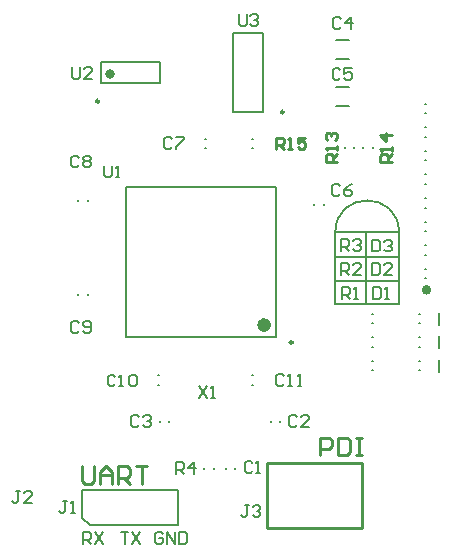
<source format=gto>
G04 Layer_Color=65535*
%FSLAX25Y25*%
%MOIN*%
G70*
G01*
G75*
%ADD22C,0.01575*%
%ADD30C,0.02362*%
%ADD31C,0.00984*%
%ADD32C,0.00787*%
%ADD33C,0.01000*%
D22*
X45276Y161024D02*
G03*
X45276Y161024I-787J0D01*
G01*
X150787Y89075D02*
G03*
X150787Y89075I-787J0D01*
G01*
D30*
X97047Y77362D02*
G03*
X97047Y77362I-1181J0D01*
G01*
D31*
X105413Y71555D02*
G03*
X105413Y71555I-492J0D01*
G01*
X102461Y148327D02*
G03*
X102461Y148327I-492J0D01*
G01*
X40827Y151969D02*
G03*
X40827Y151969I-492J0D01*
G01*
D32*
X140847Y108268D02*
G03*
X119587Y108268I-10630J0D01*
G01*
X149409Y151181D02*
X149803D01*
X149409Y148031D02*
X149803D01*
X149409Y143307D02*
X149803D01*
X149409Y140157D02*
X149803D01*
X149409Y135433D02*
X149803D01*
X149409Y132283D02*
X149803D01*
X149409Y127559D02*
X149803D01*
X149409Y124409D02*
X149803D01*
X149409Y119685D02*
X149803D01*
X149409Y116535D02*
X149803D01*
X149409Y111811D02*
X149803D01*
X149409Y108661D02*
X149803D01*
X149409Y103937D02*
X149803D01*
X149409Y100787D02*
X149803D01*
X149409Y96063D02*
X149803D01*
X149409Y92913D02*
X149803D01*
X49803Y123425D02*
X99803D01*
X49803Y73425D02*
X99803D01*
X49803D02*
Y123425D01*
X99803Y73425D02*
Y123425D01*
X35276Y22441D02*
X67205D01*
X35276Y13051D02*
Y22441D01*
Y13051D02*
X37697Y10630D01*
X67205D01*
Y22441D01*
X85433Y174606D02*
X95669D01*
X85433Y148228D02*
X95669D01*
X85433D02*
Y174606D01*
X95669Y148228D02*
Y174606D01*
X41339Y157874D02*
X61024D01*
X41339Y164961D02*
X61024D01*
X41339Y157874D02*
Y164961D01*
X61024Y157874D02*
Y164961D01*
X79134Y29331D02*
Y29724D01*
X75984Y29331D02*
Y29724D01*
X131693Y81102D02*
X132087D01*
X131693Y77953D02*
X132087D01*
X131693Y73228D02*
X132087D01*
X131693Y70079D02*
X132087D01*
X131693Y65354D02*
X132087D01*
X131693Y62205D02*
X132087D01*
X147441Y77953D02*
X147835D01*
X147441Y81102D02*
X147835D01*
X154138Y77528D02*
Y81528D01*
X147441Y70079D02*
X147835D01*
X147441Y73228D02*
X147835D01*
X154138Y69653D02*
Y73654D01*
X147441Y62205D02*
X147835D01*
X147441Y65354D02*
X147835D01*
X154138Y61779D02*
Y65780D01*
X91929Y57480D02*
X92323D01*
X91929Y60630D02*
X92323D01*
X60433Y60630D02*
X60827D01*
X60433Y57480D02*
X60827D01*
X37008Y87205D02*
Y87598D01*
X33858Y87205D02*
Y87598D01*
X37008Y118701D02*
Y119095D01*
X33858Y118701D02*
Y119095D01*
X76181Y136221D02*
X76575D01*
X76181Y139370D02*
X76575D01*
X112598Y117421D02*
Y117815D01*
X115748Y117421D02*
Y117815D01*
X119882Y150394D02*
X124213D01*
X119882Y156693D02*
X124213D01*
X119882Y166142D02*
X124213D01*
X119882Y172441D02*
X124213D01*
X61024Y45079D02*
Y45472D01*
X64173Y45079D02*
Y45472D01*
X98032Y45079D02*
Y45472D01*
X101181Y45079D02*
Y45472D01*
X83071Y29331D02*
Y29724D01*
X86221Y29331D02*
Y29724D01*
X119587Y84252D02*
X140847D01*
Y108268D01*
X119587D02*
X140847D01*
X119587Y84252D02*
Y108268D01*
Y84252D02*
Y92028D01*
X140847D01*
X119587Y100000D02*
X140847D01*
X129921Y84252D02*
Y108268D01*
X119587Y100000D02*
Y105905D01*
X125984Y136319D02*
Y136713D01*
X122835Y136319D02*
Y136713D01*
X128937Y136319D02*
Y136713D01*
X132087Y136319D02*
Y136713D01*
X91831Y136221D02*
X92224D01*
X91831Y139370D02*
X92224D01*
X42421Y130510D02*
Y127231D01*
X43077Y126575D01*
X44389D01*
X45045Y127231D01*
Y130510D01*
X46357Y126575D02*
X47669D01*
X47013D01*
Y130510D01*
X46357Y129855D01*
X74114Y56889D02*
X76738Y52953D01*
Y56889D02*
X74114Y52953D01*
X78050D02*
X79362D01*
X78706D01*
Y56889D01*
X78050Y56233D01*
X87402Y180904D02*
Y177624D01*
X88058Y176969D01*
X89369D01*
X90025Y177624D01*
Y180904D01*
X91337Y180248D02*
X91993Y180904D01*
X93305D01*
X93961Y180248D01*
Y179592D01*
X93305Y178936D01*
X92649D01*
X93305D01*
X93961Y178280D01*
Y177624D01*
X93305Y176969D01*
X91993D01*
X91337Y177624D01*
X31890Y163385D02*
Y160105D01*
X32546Y159449D01*
X33858D01*
X34514Y160105D01*
Y163385D01*
X38449Y159449D02*
X35825D01*
X38449Y162073D01*
Y162729D01*
X37793Y163385D01*
X36481D01*
X35825Y162729D01*
X66634Y27756D02*
Y31692D01*
X68602D01*
X69258Y31036D01*
Y29724D01*
X68602Y29068D01*
X66634D01*
X67946D02*
X69258Y27756D01*
X72537D02*
Y31692D01*
X70570Y29724D01*
X73193D01*
X121457Y102067D02*
Y106003D01*
X123425D01*
X124081Y105347D01*
Y104035D01*
X123425Y103379D01*
X121457D01*
X122769D02*
X124081Y102067D01*
X125392Y105347D02*
X126048Y106003D01*
X127360D01*
X128016Y105347D01*
Y104691D01*
X127360Y104035D01*
X126704D01*
X127360D01*
X128016Y103379D01*
Y102723D01*
X127360Y102067D01*
X126048D01*
X125392Y102723D01*
X121457Y93996D02*
Y97932D01*
X123425D01*
X124081Y97276D01*
Y95964D01*
X123425Y95308D01*
X121457D01*
X122769D02*
X124081Y93996D01*
X128016D02*
X125392D01*
X128016Y96620D01*
Y97276D01*
X127360Y97932D01*
X126048D01*
X125392Y97276D01*
X121850Y86122D02*
Y90058D01*
X123818D01*
X124474Y89402D01*
Y88090D01*
X123818Y87434D01*
X121850D01*
X123162D02*
X124474Y86122D01*
X125786D02*
X127098D01*
X126442D01*
Y90058D01*
X125786Y89402D01*
X90714Y17223D02*
X89403D01*
X90058D01*
Y13943D01*
X89403Y13287D01*
X88747D01*
X88090Y13943D01*
X92026Y16567D02*
X92682Y17223D01*
X93994D01*
X94650Y16567D01*
Y15911D01*
X93994Y15255D01*
X93338D01*
X93994D01*
X94650Y14599D01*
Y13943D01*
X93994Y13287D01*
X92682D01*
X92026Y13943D01*
X14435Y22046D02*
X13123D01*
X13779D01*
Y18766D01*
X13123Y18110D01*
X12467D01*
X11811Y18766D01*
X18371Y18110D02*
X15747D01*
X18371Y20734D01*
Y21390D01*
X17715Y22046D01*
X16403D01*
X15747Y21390D01*
X30281Y18798D02*
X28969D01*
X29625D01*
Y15518D01*
X28969Y14862D01*
X28313D01*
X27657Y15518D01*
X31593Y14862D02*
X32905D01*
X32249D01*
Y18798D01*
X31593Y18142D01*
X131988Y105806D02*
Y101870D01*
X133956D01*
X134612Y102526D01*
Y105150D01*
X133956Y105806D01*
X131988D01*
X135924Y105150D02*
X136580Y105806D01*
X137892D01*
X138548Y105150D01*
Y104494D01*
X137892Y103838D01*
X137236D01*
X137892D01*
X138548Y103182D01*
Y102526D01*
X137892Y101870D01*
X136580D01*
X135924Y102526D01*
X131988Y97932D02*
Y93996D01*
X133956D01*
X134612Y94652D01*
Y97276D01*
X133956Y97932D01*
X131988D01*
X138548Y93996D02*
X135924D01*
X138548Y96620D01*
Y97276D01*
X137892Y97932D01*
X136580D01*
X135924Y97276D01*
X132185Y90058D02*
Y86122D01*
X134153D01*
X134809Y86778D01*
Y89402D01*
X134153Y90058D01*
X132185D01*
X136121Y86122D02*
X137433D01*
X136777D01*
Y90058D01*
X136121Y89402D01*
X102427Y60366D02*
X101771Y61022D01*
X100459D01*
X99803Y60366D01*
Y57743D01*
X100459Y57087D01*
X101771D01*
X102427Y57743D01*
X103739Y57087D02*
X105051D01*
X104395D01*
Y61022D01*
X103739Y60366D01*
X107019Y57087D02*
X108331D01*
X107675D01*
Y61022D01*
X107019Y60366D01*
X46325Y60170D02*
X45669Y60826D01*
X44357D01*
X43701Y60170D01*
Y57546D01*
X44357Y56890D01*
X45669D01*
X46325Y57546D01*
X47637Y56890D02*
X48948D01*
X48292D01*
Y60826D01*
X47637Y60170D01*
X50916D02*
X51572Y60826D01*
X52884D01*
X53540Y60170D01*
Y57546D01*
X52884Y56890D01*
X51572D01*
X50916Y57546D01*
Y60170D01*
X34120Y78083D02*
X33464Y78739D01*
X32152D01*
X31496Y78083D01*
Y75459D01*
X32152Y74803D01*
X33464D01*
X34120Y75459D01*
X35432D02*
X36088Y74803D01*
X37400D01*
X38056Y75459D01*
Y78083D01*
X37400Y78739D01*
X36088D01*
X35432Y78083D01*
Y77427D01*
X36088Y76771D01*
X38056D01*
X34120Y133201D02*
X33464Y133857D01*
X32152D01*
X31496Y133201D01*
Y130577D01*
X32152Y129921D01*
X33464D01*
X34120Y130577D01*
X35432Y133201D02*
X36088Y133857D01*
X37400D01*
X38056Y133201D01*
Y132545D01*
X37400Y131889D01*
X38056Y131233D01*
Y130577D01*
X37400Y129921D01*
X36088D01*
X35432Y130577D01*
Y131233D01*
X36088Y131889D01*
X35432Y132545D01*
Y133201D01*
X36088Y131889D02*
X37400D01*
X65124Y139402D02*
X64468Y140058D01*
X63156D01*
X62500Y139402D01*
Y136778D01*
X63156Y136122D01*
X64468D01*
X65124Y136778D01*
X66436Y140058D02*
X69060D01*
Y139402D01*
X66436Y136778D01*
Y136122D01*
X121128Y123654D02*
X120472Y124310D01*
X119160D01*
X118504Y123654D01*
Y121030D01*
X119160Y120374D01*
X120472D01*
X121128Y121030D01*
X125064Y124310D02*
X123752Y123654D01*
X122440Y122342D01*
Y121030D01*
X123096Y120374D01*
X124407D01*
X125064Y121030D01*
Y121686D01*
X124407Y122342D01*
X122440D01*
X121325Y162433D02*
X120669Y163089D01*
X119357D01*
X118701Y162433D01*
Y159810D01*
X119357Y159153D01*
X120669D01*
X121325Y159810D01*
X125260Y163089D02*
X122636D01*
Y161121D01*
X123948Y161777D01*
X124604D01*
X125260Y161121D01*
Y159810D01*
X124604Y159153D01*
X123293D01*
X122636Y159810D01*
X121521Y179362D02*
X120865Y180018D01*
X119554D01*
X118898Y179362D01*
Y176739D01*
X119554Y176083D01*
X120865D01*
X121521Y176739D01*
X124801Y176083D02*
Y180018D01*
X122833Y178050D01*
X125457D01*
X54199Y46685D02*
X53543Y47341D01*
X52231D01*
X51575Y46685D01*
Y44061D01*
X52231Y43406D01*
X53543D01*
X54199Y44061D01*
X55510Y46685D02*
X56166Y47341D01*
X57478D01*
X58134Y46685D01*
Y46029D01*
X57478Y45373D01*
X56823D01*
X57478D01*
X58134Y44717D01*
Y44061D01*
X57478Y43406D01*
X56166D01*
X55510Y44061D01*
X106955Y46587D02*
X106299Y47243D01*
X104987D01*
X104331Y46587D01*
Y43963D01*
X104987Y43307D01*
X106299D01*
X106955Y43963D01*
X110890Y43307D02*
X108266D01*
X110890Y45931D01*
Y46587D01*
X110234Y47243D01*
X108922D01*
X108266Y46587D01*
X91994Y31331D02*
X91338Y31987D01*
X90026D01*
X89370Y31331D01*
Y28707D01*
X90026Y28051D01*
X91338D01*
X91994Y28707D01*
X93306Y28051D02*
X94618D01*
X93962D01*
Y31987D01*
X93306Y31331D01*
X62270Y7807D02*
X61614Y8463D01*
X60302D01*
X59646Y7807D01*
Y5184D01*
X60302Y4528D01*
X61614D01*
X62270Y5184D01*
Y6495D01*
X60958D01*
X63581Y4528D02*
Y8463D01*
X66205Y4528D01*
Y8463D01*
X67517D02*
Y4528D01*
X69485D01*
X70141Y5184D01*
Y7807D01*
X69485Y8463D01*
X67517D01*
X48031D02*
X50655D01*
X49343D01*
Y4528D01*
X51967Y8463D02*
X54591Y4528D01*
Y8463D02*
X51967Y4528D01*
X35630D02*
Y8463D01*
X37598D01*
X38254Y7807D01*
Y6495D01*
X37598Y5839D01*
X35630D01*
X36942D02*
X38254Y4528D01*
X39566Y8463D02*
X42189Y4528D01*
Y8463D02*
X39566Y4528D01*
D33*
X128347Y9843D02*
Y31496D01*
X127165D02*
X128347D01*
X96850D02*
X127165D01*
X96850Y9843D02*
Y31496D01*
Y9843D02*
X128347D01*
X138386Y131595D02*
X134450D01*
Y133562D01*
X135106Y134218D01*
X136418D01*
X137074Y133562D01*
Y131595D01*
Y132906D02*
X138386Y134218D01*
Y135530D02*
Y136842D01*
Y136186D01*
X134450D01*
X135106Y135530D01*
X138386Y140778D02*
X134450D01*
X136418Y138810D01*
Y141434D01*
X120276Y131693D02*
X116340D01*
Y133661D01*
X116996Y134317D01*
X118308D01*
X118964Y133661D01*
Y131693D01*
Y133005D02*
X120276Y134317D01*
Y135629D02*
Y136941D01*
Y136285D01*
X116340D01*
X116996Y135629D01*
Y138908D02*
X116340Y139564D01*
Y140876D01*
X116996Y141532D01*
X117652D01*
X118308Y140876D01*
Y140220D01*
Y140876D01*
X118964Y141532D01*
X119620D01*
X120276Y140876D01*
Y139564D01*
X119620Y138908D01*
X99803Y135925D02*
Y139861D01*
X101771D01*
X102427Y139205D01*
Y137893D01*
X101771Y137237D01*
X99803D01*
X101115D02*
X102427Y135925D01*
X103739D02*
X105051D01*
X104395D01*
Y139861D01*
X103739Y139205D01*
X109643Y139861D02*
X107019D01*
Y137893D01*
X108331Y138549D01*
X108986D01*
X109643Y137893D01*
Y136581D01*
X108986Y135925D01*
X107675D01*
X107019Y136581D01*
X35335Y30411D02*
Y25492D01*
X36319Y24508D01*
X38287D01*
X39270Y25492D01*
Y30411D01*
X41238Y24508D02*
Y28444D01*
X43206Y30411D01*
X45174Y28444D01*
Y24508D01*
Y27460D01*
X41238D01*
X47142Y24508D02*
Y30411D01*
X50094D01*
X51078Y29427D01*
Y27460D01*
X50094Y26476D01*
X47142D01*
X49110D02*
X51078Y24508D01*
X53045Y30411D02*
X56981D01*
X55013D01*
Y24508D01*
X114567Y33957D02*
Y39860D01*
X117519D01*
X118503Y38876D01*
Y36909D01*
X117519Y35925D01*
X114567D01*
X120470Y39860D02*
Y33957D01*
X123422D01*
X124406Y34941D01*
Y38876D01*
X123422Y39860D01*
X120470D01*
X126374D02*
X128342D01*
X127358D01*
Y33957D01*
X126374D01*
X128342D01*
M02*

</source>
